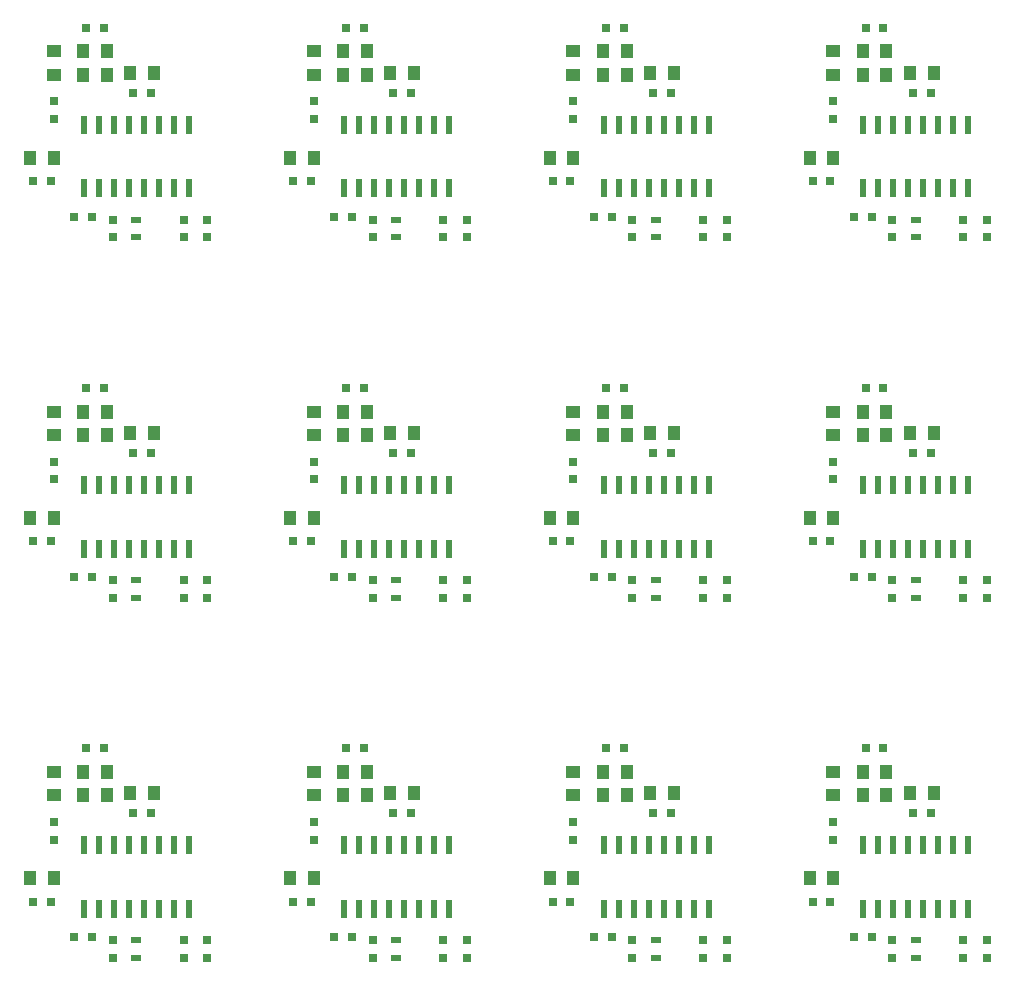
<source format=gtp>
%TF.GenerationSoftware,KiCad,Pcbnew,4.0.7*%
%TF.CreationDate,2018-10-20T21:32:18+02:00*%
%TF.ProjectId,RFID_board_PANNEL,524649445F626F6172645F50414E4E45,rev?*%
%TF.FileFunction,Paste,Top*%
%FSLAX46Y46*%
G04 Gerber Fmt 4.6, Leading zero omitted, Abs format (unit mm)*
G04 Created by KiCad (PCBNEW 4.0.7) date 2018 October 20, Saturday 21:32:18*
%MOMM*%
%LPD*%
G01*
G04 APERTURE LIST*
%ADD10C,0.100000*%
%ADD11R,0.750000X0.800000*%
%ADD12R,0.900000X0.500000*%
%ADD13R,0.800000X0.750000*%
%ADD14R,1.000000X1.250000*%
%ADD15R,0.600000X1.500000*%
%ADD16R,1.250000X1.000000*%
G04 APERTURE END LIST*
D10*
D11*
X235000000Y-72250000D03*
X235000000Y-73750000D03*
X237000000Y-73750000D03*
X237000000Y-72250000D03*
D12*
X231000000Y-73750000D03*
X231000000Y-72250000D03*
D11*
X229000000Y-73750000D03*
X229000000Y-72250000D03*
D13*
X225750000Y-72000000D03*
X227250000Y-72000000D03*
X228250000Y-86500000D03*
X226750000Y-86500000D03*
D14*
X222000000Y-97500000D03*
X224000000Y-97500000D03*
D13*
X225750000Y-102500000D03*
X227250000Y-102500000D03*
X222250000Y-99500000D03*
X223750000Y-99500000D03*
D15*
X235445000Y-94700000D03*
X234175000Y-94700000D03*
X232905000Y-94700000D03*
X231635000Y-94700000D03*
X230365000Y-94700000D03*
X229095000Y-94700000D03*
X227825000Y-94700000D03*
X226555000Y-94700000D03*
X226555000Y-100100000D03*
X227825000Y-100100000D03*
X229095000Y-100100000D03*
X230365000Y-100100000D03*
X231635000Y-100100000D03*
X232905000Y-100100000D03*
X234175000Y-100100000D03*
X235445000Y-100100000D03*
D11*
X229000000Y-104250000D03*
X229000000Y-102750000D03*
D14*
X232500000Y-90300000D03*
X230500000Y-90300000D03*
D11*
X224000000Y-94250000D03*
X224000000Y-92750000D03*
D14*
X226500000Y-88500000D03*
X228500000Y-88500000D03*
D13*
X232250000Y-92000000D03*
X230750000Y-92000000D03*
D16*
X224000000Y-90500000D03*
X224000000Y-88500000D03*
D14*
X228500000Y-90500000D03*
X226500000Y-90500000D03*
D11*
X235000000Y-102750000D03*
X235000000Y-104250000D03*
X237000000Y-104250000D03*
X237000000Y-102750000D03*
D12*
X231000000Y-104250000D03*
X231000000Y-102750000D03*
D15*
X235445000Y-64200000D03*
X234175000Y-64200000D03*
X232905000Y-64200000D03*
X231635000Y-64200000D03*
X230365000Y-64200000D03*
X229095000Y-64200000D03*
X227825000Y-64200000D03*
X226555000Y-64200000D03*
X226555000Y-69600000D03*
X227825000Y-69600000D03*
X229095000Y-69600000D03*
X230365000Y-69600000D03*
X231635000Y-69600000D03*
X232905000Y-69600000D03*
X234175000Y-69600000D03*
X235445000Y-69600000D03*
D14*
X222000000Y-67000000D03*
X224000000Y-67000000D03*
D13*
X222250000Y-69000000D03*
X223750000Y-69000000D03*
D11*
X224000000Y-63750000D03*
X224000000Y-62250000D03*
D13*
X228250000Y-56000000D03*
X226750000Y-56000000D03*
D14*
X228500000Y-60000000D03*
X226500000Y-60000000D03*
D16*
X224000000Y-60000000D03*
X224000000Y-58000000D03*
D14*
X226500000Y-58000000D03*
X228500000Y-58000000D03*
X232500000Y-59800000D03*
X230500000Y-59800000D03*
D13*
X232250000Y-61500000D03*
X230750000Y-61500000D03*
D11*
X229000000Y-43250000D03*
X229000000Y-41750000D03*
D12*
X231000000Y-43250000D03*
X231000000Y-41750000D03*
D11*
X237000000Y-43250000D03*
X237000000Y-41750000D03*
D13*
X225750000Y-41500000D03*
X227250000Y-41500000D03*
D11*
X235000000Y-41750000D03*
X235000000Y-43250000D03*
D14*
X232500000Y-29300000D03*
X230500000Y-29300000D03*
D15*
X235445000Y-33700000D03*
X234175000Y-33700000D03*
X232905000Y-33700000D03*
X231635000Y-33700000D03*
X230365000Y-33700000D03*
X229095000Y-33700000D03*
X227825000Y-33700000D03*
X226555000Y-33700000D03*
X226555000Y-39100000D03*
X227825000Y-39100000D03*
X229095000Y-39100000D03*
X230365000Y-39100000D03*
X231635000Y-39100000D03*
X232905000Y-39100000D03*
X234175000Y-39100000D03*
X235445000Y-39100000D03*
D13*
X222250000Y-38500000D03*
X223750000Y-38500000D03*
X232250000Y-31000000D03*
X230750000Y-31000000D03*
D11*
X224000000Y-33250000D03*
X224000000Y-31750000D03*
D14*
X222000000Y-36500000D03*
X224000000Y-36500000D03*
X228500000Y-29500000D03*
X226500000Y-29500000D03*
D13*
X228250000Y-25500000D03*
X226750000Y-25500000D03*
D16*
X224000000Y-29500000D03*
X224000000Y-27500000D03*
D14*
X226500000Y-27500000D03*
X228500000Y-27500000D03*
D11*
X213000000Y-72250000D03*
X213000000Y-73750000D03*
X215000000Y-73750000D03*
X215000000Y-72250000D03*
D12*
X209000000Y-73750000D03*
X209000000Y-72250000D03*
D11*
X207000000Y-73750000D03*
X207000000Y-72250000D03*
D13*
X203750000Y-72000000D03*
X205250000Y-72000000D03*
X206250000Y-86500000D03*
X204750000Y-86500000D03*
D14*
X200000000Y-97500000D03*
X202000000Y-97500000D03*
D13*
X203750000Y-102500000D03*
X205250000Y-102500000D03*
X200250000Y-99500000D03*
X201750000Y-99500000D03*
D15*
X213445000Y-94700000D03*
X212175000Y-94700000D03*
X210905000Y-94700000D03*
X209635000Y-94700000D03*
X208365000Y-94700000D03*
X207095000Y-94700000D03*
X205825000Y-94700000D03*
X204555000Y-94700000D03*
X204555000Y-100100000D03*
X205825000Y-100100000D03*
X207095000Y-100100000D03*
X208365000Y-100100000D03*
X209635000Y-100100000D03*
X210905000Y-100100000D03*
X212175000Y-100100000D03*
X213445000Y-100100000D03*
D11*
X207000000Y-104250000D03*
X207000000Y-102750000D03*
D14*
X210500000Y-90300000D03*
X208500000Y-90300000D03*
D11*
X202000000Y-94250000D03*
X202000000Y-92750000D03*
D14*
X204500000Y-88500000D03*
X206500000Y-88500000D03*
D13*
X210250000Y-92000000D03*
X208750000Y-92000000D03*
D16*
X202000000Y-90500000D03*
X202000000Y-88500000D03*
D14*
X206500000Y-90500000D03*
X204500000Y-90500000D03*
D11*
X213000000Y-102750000D03*
X213000000Y-104250000D03*
X215000000Y-104250000D03*
X215000000Y-102750000D03*
D12*
X209000000Y-104250000D03*
X209000000Y-102750000D03*
D15*
X213445000Y-64200000D03*
X212175000Y-64200000D03*
X210905000Y-64200000D03*
X209635000Y-64200000D03*
X208365000Y-64200000D03*
X207095000Y-64200000D03*
X205825000Y-64200000D03*
X204555000Y-64200000D03*
X204555000Y-69600000D03*
X205825000Y-69600000D03*
X207095000Y-69600000D03*
X208365000Y-69600000D03*
X209635000Y-69600000D03*
X210905000Y-69600000D03*
X212175000Y-69600000D03*
X213445000Y-69600000D03*
D14*
X200000000Y-67000000D03*
X202000000Y-67000000D03*
D13*
X200250000Y-69000000D03*
X201750000Y-69000000D03*
D11*
X202000000Y-63750000D03*
X202000000Y-62250000D03*
D13*
X206250000Y-56000000D03*
X204750000Y-56000000D03*
D14*
X206500000Y-60000000D03*
X204500000Y-60000000D03*
D16*
X202000000Y-60000000D03*
X202000000Y-58000000D03*
D14*
X204500000Y-58000000D03*
X206500000Y-58000000D03*
X210500000Y-59800000D03*
X208500000Y-59800000D03*
D13*
X210250000Y-61500000D03*
X208750000Y-61500000D03*
D11*
X207000000Y-43250000D03*
X207000000Y-41750000D03*
D12*
X209000000Y-43250000D03*
X209000000Y-41750000D03*
D11*
X215000000Y-43250000D03*
X215000000Y-41750000D03*
D13*
X203750000Y-41500000D03*
X205250000Y-41500000D03*
D11*
X213000000Y-41750000D03*
X213000000Y-43250000D03*
D14*
X210500000Y-29300000D03*
X208500000Y-29300000D03*
D15*
X213445000Y-33700000D03*
X212175000Y-33700000D03*
X210905000Y-33700000D03*
X209635000Y-33700000D03*
X208365000Y-33700000D03*
X207095000Y-33700000D03*
X205825000Y-33700000D03*
X204555000Y-33700000D03*
X204555000Y-39100000D03*
X205825000Y-39100000D03*
X207095000Y-39100000D03*
X208365000Y-39100000D03*
X209635000Y-39100000D03*
X210905000Y-39100000D03*
X212175000Y-39100000D03*
X213445000Y-39100000D03*
D13*
X200250000Y-38500000D03*
X201750000Y-38500000D03*
X210250000Y-31000000D03*
X208750000Y-31000000D03*
D11*
X202000000Y-33250000D03*
X202000000Y-31750000D03*
D14*
X200000000Y-36500000D03*
X202000000Y-36500000D03*
X206500000Y-29500000D03*
X204500000Y-29500000D03*
D13*
X206250000Y-25500000D03*
X204750000Y-25500000D03*
D16*
X202000000Y-29500000D03*
X202000000Y-27500000D03*
D14*
X204500000Y-27500000D03*
X206500000Y-27500000D03*
D11*
X185000000Y-43250000D03*
X185000000Y-41750000D03*
D13*
X181750000Y-41500000D03*
X183250000Y-41500000D03*
D11*
X191000000Y-41750000D03*
X191000000Y-43250000D03*
D12*
X187000000Y-43250000D03*
X187000000Y-41750000D03*
D11*
X193000000Y-43250000D03*
X193000000Y-41750000D03*
D14*
X184500000Y-29500000D03*
X182500000Y-29500000D03*
D16*
X180000000Y-29500000D03*
X180000000Y-27500000D03*
D14*
X178000000Y-36500000D03*
X180000000Y-36500000D03*
D13*
X178250000Y-38500000D03*
X179750000Y-38500000D03*
X188250000Y-31000000D03*
X186750000Y-31000000D03*
D14*
X188500000Y-29300000D03*
X186500000Y-29300000D03*
D11*
X180000000Y-33250000D03*
X180000000Y-31750000D03*
D15*
X191445000Y-33700000D03*
X190175000Y-33700000D03*
X188905000Y-33700000D03*
X187635000Y-33700000D03*
X186365000Y-33700000D03*
X185095000Y-33700000D03*
X183825000Y-33700000D03*
X182555000Y-33700000D03*
X182555000Y-39100000D03*
X183825000Y-39100000D03*
X185095000Y-39100000D03*
X186365000Y-39100000D03*
X187635000Y-39100000D03*
X188905000Y-39100000D03*
X190175000Y-39100000D03*
X191445000Y-39100000D03*
D13*
X184250000Y-56000000D03*
X182750000Y-56000000D03*
D14*
X184500000Y-60000000D03*
X182500000Y-60000000D03*
X182500000Y-58000000D03*
X184500000Y-58000000D03*
D16*
X180000000Y-60000000D03*
X180000000Y-58000000D03*
D11*
X180000000Y-63750000D03*
X180000000Y-62250000D03*
D14*
X178000000Y-67000000D03*
X180000000Y-67000000D03*
D15*
X191445000Y-64200000D03*
X190175000Y-64200000D03*
X188905000Y-64200000D03*
X187635000Y-64200000D03*
X186365000Y-64200000D03*
X185095000Y-64200000D03*
X183825000Y-64200000D03*
X182555000Y-64200000D03*
X182555000Y-69600000D03*
X183825000Y-69600000D03*
X185095000Y-69600000D03*
X186365000Y-69600000D03*
X187635000Y-69600000D03*
X188905000Y-69600000D03*
X190175000Y-69600000D03*
X191445000Y-69600000D03*
D13*
X178250000Y-69000000D03*
X179750000Y-69000000D03*
D11*
X191000000Y-72250000D03*
X191000000Y-73750000D03*
X193000000Y-73750000D03*
X193000000Y-72250000D03*
X185000000Y-73750000D03*
X185000000Y-72250000D03*
D13*
X181750000Y-72000000D03*
X183250000Y-72000000D03*
D12*
X187000000Y-73750000D03*
X187000000Y-72250000D03*
D13*
X188250000Y-61500000D03*
X186750000Y-61500000D03*
D14*
X188500000Y-59800000D03*
X186500000Y-59800000D03*
X182500000Y-27500000D03*
X184500000Y-27500000D03*
D13*
X184250000Y-25500000D03*
X182750000Y-25500000D03*
D11*
X180000000Y-94250000D03*
X180000000Y-92750000D03*
D16*
X180000000Y-90500000D03*
X180000000Y-88500000D03*
D13*
X178250000Y-99500000D03*
X179750000Y-99500000D03*
D14*
X178000000Y-97500000D03*
X180000000Y-97500000D03*
X188500000Y-90300000D03*
X186500000Y-90300000D03*
D13*
X181750000Y-102500000D03*
X183250000Y-102500000D03*
D11*
X185000000Y-104250000D03*
X185000000Y-102750000D03*
X193000000Y-104250000D03*
X193000000Y-102750000D03*
D15*
X191445000Y-94700000D03*
X190175000Y-94700000D03*
X188905000Y-94700000D03*
X187635000Y-94700000D03*
X186365000Y-94700000D03*
X185095000Y-94700000D03*
X183825000Y-94700000D03*
X182555000Y-94700000D03*
X182555000Y-100100000D03*
X183825000Y-100100000D03*
X185095000Y-100100000D03*
X186365000Y-100100000D03*
X187635000Y-100100000D03*
X188905000Y-100100000D03*
X190175000Y-100100000D03*
X191445000Y-100100000D03*
D12*
X187000000Y-104250000D03*
X187000000Y-102750000D03*
D11*
X191000000Y-102750000D03*
X191000000Y-104250000D03*
D13*
X188250000Y-92000000D03*
X186750000Y-92000000D03*
D14*
X184500000Y-90500000D03*
X182500000Y-90500000D03*
X182500000Y-88500000D03*
X184500000Y-88500000D03*
D13*
X184250000Y-86500000D03*
X182750000Y-86500000D03*
D14*
X156000000Y-36500000D03*
X158000000Y-36500000D03*
X166500000Y-29300000D03*
X164500000Y-29300000D03*
D13*
X166250000Y-31000000D03*
X164750000Y-31000000D03*
X162250000Y-25500000D03*
X160750000Y-25500000D03*
D12*
X165000000Y-43250000D03*
X165000000Y-41750000D03*
D14*
X162500000Y-29500000D03*
X160500000Y-29500000D03*
X160500000Y-27500000D03*
X162500000Y-27500000D03*
D11*
X158000000Y-33250000D03*
X158000000Y-31750000D03*
D16*
X158000000Y-29500000D03*
X158000000Y-27500000D03*
D13*
X159750000Y-41500000D03*
X161250000Y-41500000D03*
X156250000Y-38500000D03*
X157750000Y-38500000D03*
D15*
X169445000Y-33700000D03*
X168175000Y-33700000D03*
X166905000Y-33700000D03*
X165635000Y-33700000D03*
X164365000Y-33700000D03*
X163095000Y-33700000D03*
X161825000Y-33700000D03*
X160555000Y-33700000D03*
X160555000Y-39100000D03*
X161825000Y-39100000D03*
X163095000Y-39100000D03*
X164365000Y-39100000D03*
X165635000Y-39100000D03*
X166905000Y-39100000D03*
X168175000Y-39100000D03*
X169445000Y-39100000D03*
D11*
X163000000Y-43250000D03*
X163000000Y-41750000D03*
X169000000Y-41750000D03*
X169000000Y-43250000D03*
X171000000Y-43250000D03*
X171000000Y-41750000D03*
X171000000Y-104250000D03*
X171000000Y-102750000D03*
X169000000Y-102750000D03*
X169000000Y-104250000D03*
X163000000Y-104250000D03*
X163000000Y-102750000D03*
D15*
X169445000Y-94700000D03*
X168175000Y-94700000D03*
X166905000Y-94700000D03*
X165635000Y-94700000D03*
X164365000Y-94700000D03*
X163095000Y-94700000D03*
X161825000Y-94700000D03*
X160555000Y-94700000D03*
X160555000Y-100100000D03*
X161825000Y-100100000D03*
X163095000Y-100100000D03*
X164365000Y-100100000D03*
X165635000Y-100100000D03*
X166905000Y-100100000D03*
X168175000Y-100100000D03*
X169445000Y-100100000D03*
D13*
X156250000Y-99500000D03*
X157750000Y-99500000D03*
X159750000Y-102500000D03*
X161250000Y-102500000D03*
D16*
X158000000Y-90500000D03*
X158000000Y-88500000D03*
D11*
X158000000Y-94250000D03*
X158000000Y-92750000D03*
D14*
X160500000Y-88500000D03*
X162500000Y-88500000D03*
X162500000Y-90500000D03*
X160500000Y-90500000D03*
D12*
X165000000Y-104250000D03*
X165000000Y-102750000D03*
D13*
X162250000Y-86500000D03*
X160750000Y-86500000D03*
X166250000Y-92000000D03*
X164750000Y-92000000D03*
D14*
X166500000Y-90300000D03*
X164500000Y-90300000D03*
X156000000Y-97500000D03*
X158000000Y-97500000D03*
D11*
X171000000Y-73750000D03*
X171000000Y-72250000D03*
X169000000Y-72250000D03*
X169000000Y-73750000D03*
X163000000Y-73750000D03*
X163000000Y-72250000D03*
D15*
X169445000Y-64200000D03*
X168175000Y-64200000D03*
X166905000Y-64200000D03*
X165635000Y-64200000D03*
X164365000Y-64200000D03*
X163095000Y-64200000D03*
X161825000Y-64200000D03*
X160555000Y-64200000D03*
X160555000Y-69600000D03*
X161825000Y-69600000D03*
X163095000Y-69600000D03*
X164365000Y-69600000D03*
X165635000Y-69600000D03*
X166905000Y-69600000D03*
X168175000Y-69600000D03*
X169445000Y-69600000D03*
D13*
X156250000Y-69000000D03*
X157750000Y-69000000D03*
X159750000Y-72000000D03*
X161250000Y-72000000D03*
D16*
X158000000Y-60000000D03*
X158000000Y-58000000D03*
D11*
X158000000Y-63750000D03*
X158000000Y-62250000D03*
D14*
X160500000Y-58000000D03*
X162500000Y-58000000D03*
X162500000Y-60000000D03*
X160500000Y-60000000D03*
D12*
X165000000Y-73750000D03*
X165000000Y-72250000D03*
D13*
X162250000Y-56000000D03*
X160750000Y-56000000D03*
X166250000Y-61500000D03*
X164750000Y-61500000D03*
D14*
X166500000Y-59800000D03*
X164500000Y-59800000D03*
X156000000Y-67000000D03*
X158000000Y-67000000D03*
M02*

</source>
